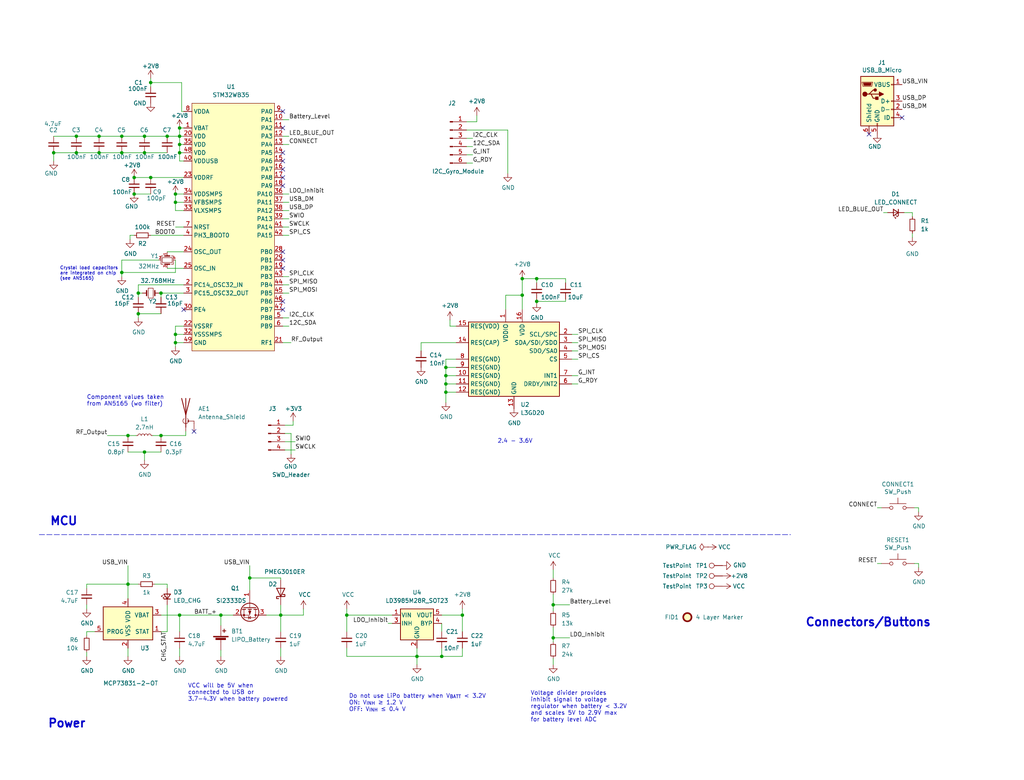
<source format=kicad_sch>
(kicad_sch (version 20211123) (generator eeschema)
  (paper "User" 315.011 240.005)
  (title_block (title "Ball Base Unit") (company "Mountjoy Modular"))
  (lib_symbols
    (symbol "Battery_Management:MCP73831-2-OT" (pin_names (offset 1.016))
      (property "Reference" "U" (at -7.62 6.35 0))
      (property "Value" "MCP73831-2-OT" (at 1.27 6.35 0))
      (symbol "MCP73831-2-OT_1_1"
        (pin output line (at 10.16 -2.54 180) (length 2.54) (name "STAT") (number "1"))
        (pin power_in line (at 0 -7.62 90) (length 2.54) (name "VSS") (number "2"))
        (pin power_out line (at 10.16 2.54 180) (length 2.54) (name "VBAT") (number "3"))
        (pin power_in line (at 0 7.62 270) (length 2.54) (name "VDD") (number "4"))
        (pin input line (at -10.16 -2.54 0) (length 2.54) (name "PROG") (number "5"))
      )
    )
    (symbol "Connector:Conn_01x04_Male" (pin_names (offset 1.016) hide)
      (property "Reference" "J" (at 0 5.08 0))
      (property "Value" "Conn_01x04_Male" (at 0 -7.62 0))
      (symbol "Conn_01x04_Male_1_1"
        (pin passive line (at 5.08 2.54 180) (length 3.81) (name "Pin_1") (number "1"))
        (pin passive line (at 5.08 0 180) (length 3.81) (name "Pin_2") (number "2"))
        (pin passive line (at 5.08 -2.54 180) (length 3.81) (name "Pin_3") (number "3"))
        (pin passive line (at 5.08 -5.08 180) (length 3.81) (name "Pin_4") (number "4"))
      )
    )
    (symbol "Connector:Conn_01x06_Male" (pin_names (offset 1.016) hide)
      (property "Reference" "J" (at 0 7.62 0))
      (property "Value" "Conn_01x06_Male" (at 0 -10.16 0))
      (symbol "Conn_01x06_Male_1_1"
        (pin passive line (at 5.08 5.08 180) (length 3.81) (name "Pin_1") (number "1"))
        (pin passive line (at 5.08 2.54 180) (length 3.81) (name "Pin_2") (number "2"))
        (pin passive line (at 5.08 0 180) (length 3.81) (name "Pin_3") (number "3"))
        (pin passive line (at 5.08 -2.54 180) (length 3.81) (name "Pin_4") (number "4"))
        (pin passive line (at 5.08 -5.08 180) (length 3.81) (name "Pin_5") (number "5"))
        (pin passive line (at 5.08 -7.62 180) (length 3.81) (name "Pin_6") (number "6"))
      )
    )
    (symbol "Connector:TestPoint" (pin_numbers hide) (pin_names (offset 0.762) hide)
      (property "Reference" "TP" (at 0 6.858 0))
      (property "Value" "TestPoint" (at 0 5.08 0))
      (symbol "TestPoint_1_1"
        (pin passive line (at 0 0 90) (length 2.54) (name "1") (number "1"))
      )
    )
    (symbol "Connector:USB_B_Micro" (pin_names (offset 1.016))
      (property "Reference" "J" (at -5.08 11.43 0))
      (property "Value" "USB_B_Micro" (at -5.08 8.89 0))
      (symbol "USB_B_Micro_1_1"
        (pin power_out line (at 7.62 5.08 180) (length 2.54) (name "VBUS") (number "1"))
        (pin bidirectional line (at 7.62 -2.54 180) (length 2.54) (name "D-") (number "2"))
        (pin bidirectional line (at 7.62 0 180) (length 2.54) (name "D+") (number "3"))
        (pin passive line (at 7.62 -5.08 180) (length 2.54) (name "ID") (number "4"))
        (pin power_out line (at 0 -10.16 90) (length 2.54) (name "GND") (number "5"))
        (pin passive line (at -2.54 -10.16 90) (length 2.54) (name "Shield") (number "6"))
      )
    )
    (symbol "Device:Antenna_Shield" (pin_numbers hide) (pin_names (offset 1.016) hide)
      (property "Reference" "AE" (at -1.905 4.445 0))
      (property "Value" "Antenna_Shield" (at -1.905 2.54 0))
      (symbol "Antenna_Shield_1_1"
        (pin input line (at 0 -5.08 90) (length 2.54) (name "A") (number "1"))
        (pin input line (at 2.54 -5.08 90) (length 2.54) (name "Shield") (number "2"))
      )
    )
    (symbol "Device:Battery_Cell" (pin_numbers hide) (pin_names (offset 0) hide)
      (property "Reference" "BT" (at 2.54 2.54 0))
      (property "Value" "Battery_Cell" (at 2.54 0 0))
      (symbol "Battery_Cell_1_1"
        (pin passive line (at 0 5.08 270) (length 2.54) (name "+") (number "1"))
        (pin passive line (at 0 -2.54 90) (length 2.54) (name "-") (number "2"))
      )
    )
    (symbol "Device:C_Small" (pin_numbers hide) (pin_names (offset 0.254) hide)
      (property "Reference" "C" (at 0.254 1.778 0))
      (property "Value" "C_Small" (at 0.254 -2.032 0))
      (symbol "C_Small_1_1"
        (pin passive line (at 0 2.54 270) (length 2.032) (name "~") (number "1"))
        (pin passive line (at 0 -2.54 90) (length 2.032) (name "~") (number "2"))
      )
    )
    (symbol "Device:Crystal_GND24_Small" (pin_names (offset 1.016) hide)
      (property "Reference" "Y" (at 1.27 4.445 0))
      (property "Value" "Crystal_GND24_Small" (at 1.27 2.54 0))
      (symbol "Crystal_GND24_Small_1_1"
        (pin passive line (at -2.54 0 0) (length 1.27) (name "1") (number "1"))
        (pin passive line (at 0 -2.54 90) (length 0.635) (name "2") (number "2"))
        (pin passive line (at 2.54 0 180) (length 1.27) (name "3") (number "3"))
        (pin passive line (at 0 2.54 270) (length 0.635) (name "4") (number "4"))
      )
    )
    (symbol "Device:Crystal_Small" (pin_numbers hide) (pin_names (offset 1.016) hide)
      (property "Reference" "Y" (at 0 2.54 0))
      (property "Value" "Crystal_Small" (at 0 -2.54 0))
      (symbol "Crystal_Small_1_1"
        (pin passive line (at -2.54 0 0) (length 1.27) (name "1") (number "1"))
        (pin passive line (at 2.54 0 180) (length 1.27) (name "2") (number "2"))
      )
    )
    (symbol "Device:LED_Small" (pin_numbers hide) (pin_names (offset 0.254) hide)
      (property "Reference" "D" (at -1.27 3.175 0))
      (property "Value" "LED_Small" (at -4.445 -2.54 0))
      (symbol "LED_Small_1_1"
        (pin passive line (at -2.54 0 0) (length 1.778) (name "K") (number "1"))
        (pin passive line (at 2.54 0 180) (length 1.778) (name "A") (number "2"))
      )
    )
    (symbol "Device:L_Small" (pin_numbers hide) (pin_names (offset 0.254) hide)
      (property "Reference" "L" (at 0.762 1.016 0))
      (property "Value" "L_Small" (at 0.762 -1.016 0))
      (symbol "L_Small_1_1"
        (pin passive line (at 0 2.54 270) (length 0.508) (name "~") (number "1"))
        (pin passive line (at 0 -2.54 90) (length 0.508) (name "~") (number "2"))
      )
    )
    (symbol "Device:R_Small" (pin_numbers hide) (pin_names (offset 0.254) hide)
      (property "Reference" "R" (at 0.762 0.508 0))
      (property "Value" "R_Small" (at 0.762 -1.016 0))
      (symbol "R_Small_1_1"
        (pin passive line (at 0 2.54 270) (length 0.762) (name "~") (number "1"))
        (pin passive line (at 0 -2.54 90) (length 0.762) (name "~") (number "2"))
      )
    )
    (symbol "Diode:B130-E3" (pin_numbers hide) (pin_names hide)
      (property "Reference" "D" (at 0 2.54 0))
      (property "Value" "B130-E3" (at 0 -2.54 0))
      (symbol "B130-E3_1_1"
        (pin passive line (at -3.81 0 0) (length 2.54) (name "K") (number "1"))
        (pin passive line (at 3.81 0 180) (length 2.54) (name "A") (number "2"))
      )
    )
    (symbol "Mechanical:Fiducial"
      (property "Reference" "FID" (at 0 5.08 0))
      (property "Value" "Fiducial" (at 0 3.175 0))
    )
    (symbol "Regulator_Linear:LD3985M28R_SOT23" (pin_names (offset 0.254))
      (property "Reference" "U" (at -3.81 5.715 0))
      (property "Value" "LD3985M28R_SOT23" (at 0 5.715 0))
      (symbol "LD3985M28R_SOT23_1_1"
        (pin power_in line (at -7.62 2.54 0) (length 2.54) (name "VIN") (number "1"))
        (pin power_in line (at 0 -7.62 90) (length 2.54) (name "GND") (number "2"))
        (pin input line (at -7.62 0 0) (length 2.54) (name "INH") (number "3"))
        (pin input line (at 7.62 0 180) (length 2.54) (name "BYP") (number "4"))
        (pin power_out line (at 7.62 2.54 180) (length 2.54) (name "VOUT") (number "5"))
      )
    )
    (symbol "STM32WB35:STM32WB35"
      (property "Reference" "U" (at 0 -34.29 0))
      (property "Value" "STM32WB35" (at 0.127 46.609 0))
      (symbol "STM32WB35_0_0"
        (pin power_in line (at -14.605 36.83 0) (length 2.54) (name "VBAT") (number "1"))
        (pin bidirectional line (at 15.875 39.37 180) (length 2.54) (name "PA1") (number "10"))
        (pin bidirectional line (at 15.875 36.83 180) (length 2.54) (name "PA2") (number "11"))
        (pin bidirectional line (at 15.875 34.29 180) (length 2.54) (name "PA3") (number "12"))
        (pin bidirectional line (at 15.875 31.75 180) (length 2.54) (name "PA4") (number "13"))
        (pin bidirectional line (at 15.875 29.21 180) (length 2.54) (name "PA5") (number "14"))
        (pin bidirectional line (at 15.875 26.67 180) (length 2.54) (name "PA6") (number "15"))
        (pin bidirectional line (at 15.875 24.13 180) (length 2.54) (name "PA7") (number "16"))
        (pin bidirectional line (at 15.875 21.59 180) (length 2.54) (name "PA8") (number "17"))
        (pin bidirectional line (at 15.875 19.05 180) (length 2.54) (name "PA9") (number "18"))
        (pin bidirectional line (at 15.875 -6.35 180) (length 2.54) (name "PB2") (number "19"))
        (pin bidirectional line (at -14.605 -11.43 0) (length 2.54) (name "PC14_OSC32_IN") (number "2"))
        (pin power_in line (at -14.605 34.29 0) (length 2.54) (name "VDD") (number "20"))
        (pin output line (at 15.875 -29.21 180) (length 2.54) (name "RF1") (number "21"))
        (pin power_in line (at -14.605 -24.13 0) (length 2.54) (name "VSSRF") (number "22"))
        (pin power_in line (at -14.605 21.59 0) (length 2.54) (name "VDDRF") (number "23"))
        (pin output line (at -14.605 -1.27 0) (length 2.54) (name "OSC_OUT") (number "24"))
        (pin input line (at -14.605 -6.35 0) (length 2.54) (name "OSC_IN") (number "25"))
        (pin no_connect line (at -1.27 -34.29 90) (length 2.54) hide (name "AT0") (number "26"))
        (pin no_connect line (at 3.175 -34.29 90) (length 2.54) hide (name "AT1") (number "27"))
        (pin bidirectional line (at 15.875 -1.27 180) (length 2.54) (name "PB0") (number "28"))
        (pin bidirectional line (at 15.875 -3.81 180) (length 2.54) (name "PB1") (number "29"))
        (pin bidirectional line (at -14.605 -13.97 0) (length 2.54) (name "PC15_OSC32_OUT") (number "3"))
        (pin bidirectional line (at -14.605 -19.05 0) (length 2.54) (name "PE4") (number "30"))
        (pin power_in line (at -14.605 13.97 0) (length 2.54) (name "VFBSMPS") (number "31"))
        (pin power_in line (at -14.605 -26.67 0) (length 2.54) (name "VSSSMPS") (number "32"))
        (pin power_in line (at -14.605 11.43 0) (length 2.54) (name "VLXSMPS") (number "33"))
        (pin power_in line (at -14.605 16.51 0) (length 2.54) (name "VDDSMPS") (number "34"))
        (pin power_in line (at -14.605 31.75 0) (length 2.54) (name "VDD") (number "35"))
        (pin bidirectional line (at 15.875 16.51 180) (length 2.54) (name "PA10") (number "36"))
        (pin bidirectional line (at 15.875 13.97 180) (length 2.54) (name "PA11") (number "37"))
        (pin bidirectional line (at 15.875 11.43 180) (length 2.54) (name "PA12") (number "38"))
        (pin bidirectional line (at 15.875 8.89 180) (length 2.54) (name "PA13") (number "39"))
        (pin bidirectional line (at -14.605 3.81 0) (length 2.54) (name "PH3_BOOT0") (number "4"))
        (pin power_in line (at -14.605 26.67 0) (length 2.54) (name "VDDUSB") (number "40"))
        (pin bidirectional line (at 15.875 6.35 180) (length 2.54) (name "PA14") (number "41"))
        (pin bidirectional line (at 15.875 3.81 180) (length 2.54) (name "PA15") (number "42"))
        (pin bidirectional line (at 15.875 -8.89 180) (length 2.54) (name "PB3") (number "43"))
        (pin bidirectional line (at 15.875 -11.43 180) (length 2.54) (name "PB4") (number "44"))
        (pin bidirectional line (at 15.875 -13.97 180) (length 2.54) (name "PB5") (number "45"))
        (pin bidirectional line (at 15.875 -16.51 180) (length 2.54) (name "PB6") (number "46"))
        (pin bidirectional line (at 15.875 -19.05 180) (length 2.54) (name "PB7") (number "47"))
        (pin power_in line (at -14.605 29.21 0) (length 2.54) (name "VDD") (number "48"))
        (pin power_in line (at -14.605 -29.21 0) (length 2.54) (name "GND") (number "49"))
        (pin bidirectional line (at 15.875 -21.59 180) (length 2.54) (name "PB8") (number "5"))
        (pin bidirectional line (at 15.875 -24.13 180) (length 2.54) (name "PB9") (number "6"))
        (pin bidirectional line (at -14.605 6.35 0) (length 2.54) (name "NRST") (number "7"))
        (pin power_in line (at -14.605 41.91 0) (length 2.54) (name "VDDA") (number "8"))
        (pin bidirectional line (at 15.875 41.91 180) (length 2.54) (name "PA0") (number "9"))
      )
    )
    (symbol "Sensor_Motion:L3GD20"
      (property "Reference" "U" (at 6.35 15.24 0))
      (property "Value" "L3GD20" (at 6.35 12.7 0))
      (symbol "L3GD20_1_1"
        (pin power_in line (at -2.54 15.24 270) (length 3.81) (name "VDDIO") (number "1"))
        (pin passive line (at -17.78 -5.08 0) (length 3.81) (name "RES(GND)") (number "10"))
        (pin passive line (at -17.78 -7.62 0) (length 3.81) (name "RES(GND)") (number "11"))
        (pin passive line (at -17.78 -10.16 0) (length 3.81) (name "RES(GND)") (number "12"))
        (pin power_in line (at 0 -15.24 90) (length 3.81) (name "GND") (number "13"))
        (pin passive line (at -17.78 5.08 0) (length 3.81) (name "RES(CAP)") (number "14"))
        (pin passive line (at -17.78 10.16 0) (length 3.81) (name "RES(VDD)") (number "15"))
        (pin power_in line (at 2.54 15.24 270) (length 3.81) (name "VDD") (number "16"))
        (pin input line (at 17.78 7.62 180) (length 3.81) (name "SCL/SPC") (number "2"))
        (pin bidirectional line (at 17.78 5.08 180) (length 3.81) (name "SDA/SDI/SDO") (number "3"))
        (pin output line (at 17.78 2.54 180) (length 3.81) (name "SDO/SA0") (number "4"))
        (pin input line (at 17.78 0 180) (length 3.81) (name "CS") (number "5"))
        (pin output line (at 17.78 -7.62 180) (length 3.81) (name "DRDY/INT2") (number "6"))
        (pin output line (at 17.78 -5.08 180) (length 3.81) (name "INT1") (number "7"))
        (pin passive line (at -17.78 0 0) (length 3.81) (name "RES(GND)") (number "8"))
        (pin passive line (at -17.78 -2.54 0) (length 3.81) (name "RES(GND)") (number "9"))
      )
    )
    (symbol "Switch:SW_Push" (pin_numbers hide) (pin_names (offset 1.016) hide)
      (property "Reference" "SW" (at 1.27 2.54 0))
      (property "Value" "SW_Push" (at 0 -1.524 0))
      (symbol "SW_Push_0_1"
        (pin passive line (at -5.08 0 0) (length 2.54) (name "1") (number "1"))
        (pin passive line (at 5.08 0 180) (length 2.54) (name "2") (number "2"))
      )
    )
    (symbol "Transistor_FET:Si2319CDS" (pin_names hide)
      (property "Reference" "Q" (at 5.08 1.905 0))
      (property "Value" "Si2319CDS" (at 5.08 0 0))
      (symbol "Si2319CDS_1_1"
        (pin input line (at -5.08 0 0) (length 2.54) (name "G") (number "1"))
        (pin passive line (at 2.54 -5.08 90) (length 2.54) (name "S") (number "2"))
        (pin passive line (at 2.54 5.08 270) (length 2.54) (name "D") (number "3"))
      )
    )
    (symbol "power:+2V8" (power) (pin_names (offset 0))
      (property "Value" "+2V8" (at 0 3.556 0))
      (symbol "+2V8_1_1"
        (pin power_in line (at 0 0 90) (length 0) hide (name "+2V8") (number "1"))
      )
    )
    (symbol "power:+3.3V" (power) (pin_names (offset 0))
      (property "Value" "+3.3V" (at 0 3.556 0))
      (symbol "+3.3V_1_1"
        (pin power_in line (at 0 0 90) (length 0) hide (name "+3V3") (number "1"))
      )
    )
    (symbol "power:GND" (power) (pin_names (offset 0))
      (property "Value" "GND" (at 0 -3.81 0))
      (symbol "GND_1_1"
        (pin power_in line (at 0 0 270) (length 0) hide (name "GND") (number "1"))
      )
    )
    (symbol "power:PWR_FLAG" (power) (pin_numbers hide) (pin_names (offset 0) hide)
      (property "Value" "PWR_FLAG" (at 0 3.81 0))
      (symbol "PWR_FLAG_0_0"
        (pin power_out line (at 0 0 90) (length 0) (name "pwr") (number "1"))
      )
    )
    (symbol "power:VCC" (power) (pin_names (offset 0))
      (property "Value" "VCC" (at 0 3.81 0))
      (symbol "VCC_1_1"
        (pin power_in line (at 0 0 90) (length 0) hide (name "VCC") (number "1"))
      )
    )
  )
  (junction (at 76.835 177.8))
  (junction (at 137.16 118.11))
  (junction (at 53.975 59.69))
  (junction (at 137.16 120.65))
  (junction (at 44.45 46.99))
  (junction (at 55.245 39.37))
  (junction (at 39.37 133.985))
  (junction (at 55.245 44.45))
  (junction (at 37.465 41.91))
  (junction (at 49.53 133.985))
  (junction (at 46.355 54.61))
  (junction (at 46.355 25.4))
  (junction (at 51.435 41.91))
  (junction (at 49.53 90.17))
  (junction (at 53.975 105.41))
  (junction (at 23.495 41.91))
  (junction (at 44.45 139.065))
  (junction (at 53.975 62.23))
  (junction (at 41.275 54.61))
  (junction (at 37.465 46.99))
  (junction (at 170.18 186.055))
  (junction (at 37.465 83.82))
  (junction (at 165.1 85.725))
  (junction (at 44.45 41.91))
  (junction (at 160.655 90.805))
  (junction (at 160.655 85.725))
  (junction (at 42.545 90.17))
  (junction (at 16.51 46.99))
  (junction (at 23.495 46.99))
  (junction (at 42.545 96.52))
  (junction (at 30.48 46.99))
  (junction (at 135.89 201.93))
  (junction (at 55.245 41.91))
  (junction (at 30.48 41.91))
  (junction (at 137.16 115.57))
  (junction (at 106.68 189.23))
  (junction (at 39.37 179.705))
  (junction (at 67.945 189.23))
  (junction (at 41.275 59.69))
  (junction (at 165.1 92.71))
  (junction (at 137.16 113.03))
  (junction (at 170.18 196.215))
  (junction (at 128.27 201.93))
  (junction (at 86.36 189.23))
  (junction (at 55.245 189.23))
  (junction (at 53.975 102.87))
  (junction (at 55.245 46.99))
  (junction (at 142.24 189.23))
  (no_connect (at 86.995 82.55))
  (no_connect (at 267.335 41.275))
  (no_connect (at 86.995 52.07))
  (no_connect (at 86.995 77.47))
  (no_connect (at 86.995 92.71))
  (no_connect (at 86.995 95.25))
  (no_connect (at 86.995 46.99))
  (no_connect (at 86.995 80.01))
  (no_connect (at 86.995 57.15))
  (no_connect (at 86.995 54.61))
  (no_connect (at 86.995 39.37))
  (no_connect (at 277.495 36.195))
  (no_connect (at 86.995 34.29))
  (no_connect (at 86.995 49.53))
  (no_connect (at 59.69 132.715))
  (no_connect (at 56.515 95.25))
  (wire (pts (xy 81.915 189.23) (xy 86.36 189.23)))
  (wire (pts (xy 67.945 189.23) (xy 71.755 189.23)))
  (wire (pts (xy 56.515 34.29) (xy 55.88 34.29)))
  (wire (pts (xy 39.37 179.705) (xy 42.545 179.705)))
  (wire (pts (xy 143.51 37.465) (xy 146.685 37.465)))
  (wire (pts (xy 142.24 199.39) (xy 142.24 201.93)))
  (wire (pts (xy 140.335 110.49) (xy 137.16 110.49)))
  (wire (pts (xy 119.38 191.77) (xy 120.65 191.77)))
  (wire (pts (xy 135.89 189.23) (xy 142.24 189.23)))
  (wire (pts (xy 37.465 41.91) (xy 44.45 41.91)))
  (wire (pts (xy 39.37 173.99) (xy 39.37 179.705)))
  (wire (pts (xy 93.345 189.23) (xy 93.345 187.325)))
  (wire (pts (xy 87.63 130.81) (xy 90.17 130.81)))
  (wire (pts (xy 86.36 199.39) (xy 86.36 201.93)))
  (wire (pts (xy 46.355 72.39) (xy 56.515 72.39)))
  (wire (pts (xy 165.1 92.075) (xy 165.1 92.71)))
  (wire (pts (xy 173.99 92.075) (xy 173.99 92.71)))
  (wire (pts (xy 39.37 133.985) (xy 41.91 133.985)))
  (wire (pts (xy 41.275 59.69) (xy 46.355 59.69)))
  (wire (pts (xy 49.53 90.17) (xy 56.515 90.17)))
  (wire (pts (xy 143.51 47.625) (xy 145.415 47.625)))
  (wire (pts (xy 143.51 50.165) (xy 145.415 50.165)))
  (wire (pts (xy 26.67 179.705) (xy 39.37 179.705)))
  (wire (pts (xy 137.16 110.49) (xy 137.16 113.03)))
  (wire (pts (xy 53.975 62.23) (xy 53.975 59.69)))
  (wire (pts (xy 269.875 173.355) (xy 271.145 173.355)))
  (wire (pts (xy 280.67 65.405) (xy 280.67 66.675)))
  (wire (pts (xy 57.15 133.985) (xy 57.15 132.715)))
  (wire (pts (xy 175.895 118.11) (xy 177.8 118.11)))
  (wire (pts (xy 175.895 110.49) (xy 177.8 110.49)))
  (wire (pts (xy 67.945 200.025) (xy 67.945 201.93)))
  (wire (pts (xy 86.995 41.91) (xy 88.9 41.91)))
  (wire (pts (xy 86.995 44.45) (xy 88.9 44.45)))
  (wire (pts (xy 170.18 182.88) (xy 170.18 186.055)))
  (wire (pts (xy 86.995 105.41) (xy 89.535 105.41)))
  (wire (pts (xy 86.995 100.33) (xy 88.9 100.33)))
  (wire (pts (xy 55.245 41.91) (xy 55.245 44.45)))
  (wire (pts (xy 86.995 69.85) (xy 88.9 69.85)))
  (wire (pts (xy 67.945 192.405) (xy 67.945 189.23)))
  (wire (pts (xy 51.435 82.55) (xy 56.515 82.55)))
  (wire (pts (xy 280.67 71.755) (xy 280.67 73.025)))
  (wire (pts (xy 16.51 46.99) (xy 16.51 49.53)))
  (wire (pts (xy 106.68 201.93) (xy 128.27 201.93)))
  (wire (pts (xy 282.575 156.21) (xy 282.575 157.48)))
  (wire (pts (xy 156.21 40.005) (xy 156.21 53.34)))
  (wire (pts (xy 135.89 201.93) (xy 142.24 201.93)))
  (wire (pts (xy 53.975 83.82) (xy 37.465 83.82)))
  (wire (pts (xy 165.1 85.725) (xy 173.99 85.725)))
  (wire (pts (xy 37.465 46.99) (xy 44.45 46.99)))
  (wire (pts (xy 269.875 156.21) (xy 271.145 156.21)))
  (wire (pts (xy 44.45 139.065) (xy 44.45 141.605)))
  (wire (pts (xy 87.63 133.35) (xy 89.535 133.35)))
  (wire (pts (xy 281.305 156.21) (xy 282.575 156.21)))
  (wire (pts (xy 53.975 59.69) (xy 56.515 59.69)))
  (wire (pts (xy 51.435 41.91) (xy 55.245 41.91)))
  (wire (pts (xy 55.245 49.53) (xy 56.515 49.53)))
  (wire (pts (xy 23.495 41.91) (xy 30.48 41.91)))
  (wire (pts (xy 67.945 189.23) (xy 55.245 189.23)))
  (wire (pts (xy 86.995 36.83) (xy 88.9 36.83)))
  (wire (pts (xy 165.1 92.71) (xy 165.1 93.345)))
  (wire (pts (xy 23.495 46.99) (xy 30.48 46.99)))
  (wire (pts (xy 53.975 62.23) (xy 56.515 62.23)))
  (wire (pts (xy 175.895 115.57) (xy 177.8 115.57)))
  (wire (pts (xy 42.545 90.17) (xy 42.545 91.44)))
  (wire (pts (xy 51.435 77.47) (xy 56.515 77.47)))
  (wire (pts (xy 42.545 87.63) (xy 42.545 90.17)))
  (wire (pts (xy 143.51 40.005) (xy 156.21 40.005)))
  (wire (pts (xy 142.24 187.325) (xy 142.24 189.23)))
  (wire (pts (xy 90.17 130.81) (xy 90.17 129.54)))
  (wire (pts (xy 106.68 189.23) (xy 106.68 194.31)))
  (wire (pts (xy 76.835 173.99) (xy 76.835 177.8)))
  (wire (pts (xy 53.975 64.77) (xy 53.975 62.23)))
  (wire (pts (xy 51.435 179.705) (xy 51.435 180.975)))
  (wire (pts (xy 55.245 199.39) (xy 55.245 201.93)))
  (wire (pts (xy 86.36 186.055) (xy 86.36 189.23)))
  (wire (pts (xy 86.995 85.09) (xy 88.9 85.09)))
  (wire (pts (xy 33.02 133.985) (xy 39.37 133.985)))
  (wire (pts (xy 55.245 46.99) (xy 55.245 49.53)))
  (wire (pts (xy 55.245 44.45) (xy 56.515 44.45)))
  (wire (pts (xy 137.16 120.65) (xy 137.16 123.825)))
  (wire (pts (xy 16.51 46.99) (xy 23.495 46.99)))
  (wire (pts (xy 49.53 133.985) (xy 57.15 133.985)))
  (wire (pts (xy 137.16 113.03) (xy 137.16 115.57)))
  (wire (pts (xy 106.68 199.39) (xy 106.68 201.93)))
  (wire (pts (xy 37.465 83.82) (xy 37.465 85.09)))
  (wire (pts (xy 146.685 37.465) (xy 146.685 35.56)))
  (wire (pts (xy 86.995 72.39) (xy 88.9 72.39)))
  (wire (pts (xy 47.625 179.705) (xy 51.435 179.705)))
  (wire (pts (xy 137.16 113.03) (xy 140.335 113.03)))
  (wire (pts (xy 40.005 72.39) (xy 41.275 72.39)))
  (wire (pts (xy 137.16 115.57) (xy 140.335 115.57)))
  (wire (pts (xy 30.48 46.99) (xy 37.465 46.99)))
  (wire (pts (xy 86.36 189.23) (xy 93.345 189.23)))
  (wire (pts (xy 42.545 90.17) (xy 43.815 90.17)))
  (wire (pts (xy 44.45 41.91) (xy 51.435 41.91)))
  (wire (pts (xy 42.545 96.52) (xy 42.545 97.79)))
  (wire (pts (xy 26.67 200.66) (xy 26.67 201.93)))
  (wire (pts (xy 26.67 186.055) (xy 26.67 187.325)))
  (polyline (pts (xy 12.065 164.465) (xy 243.205 164.465)))
  (wire (pts (xy 90.805 138.43) (xy 87.63 138.43)))
  (wire (pts (xy 142.24 189.23) (xy 142.24 194.31)))
  (wire (pts (xy 26.67 180.975) (xy 26.67 179.705)))
  (wire (pts (xy 89.535 133.35) (xy 89.535 139.7)))
  (wire (pts (xy 170.18 202.565) (xy 170.18 204.47)))
  (wire (pts (xy 55.245 39.37) (xy 55.245 41.91)))
  (wire (pts (xy 155.575 90.805) (xy 160.655 90.805)))
  (wire (pts (xy 39.37 199.39) (xy 39.37 201.93)))
  (wire (pts (xy 44.45 46.99) (xy 51.435 46.99)))
  (wire (pts (xy 282.575 173.355) (xy 282.575 174.625)))
  (wire (pts (xy 106.68 189.23) (xy 120.65 189.23)))
  (wire (pts (xy 170.18 196.215) (xy 170.18 197.485)))
  (wire (pts (xy 39.37 179.705) (xy 39.37 184.15)))
  (wire (pts (xy 53.975 105.41) (xy 53.975 102.87)))
  (wire (pts (xy 53.975 80.01) (xy 53.975 83.82)))
  (wire (pts (xy 51.435 194.31) (xy 51.435 186.055)))
  (wire (pts (xy 160.655 85.725) (xy 160.655 90.805)))
  (wire (pts (xy 128.27 201.93) (xy 128.27 204.47)))
  (wire (pts (xy 137.16 118.11) (xy 137.16 120.65)))
  (wire (pts (xy 49.53 96.52) (xy 42.545 96.52)))
  (wire (pts (xy 160.655 85.725) (xy 165.1 85.725)))
  (wire (pts (xy 55.88 25.4) (xy 55.88 34.29)))
  (wire (pts (xy 140.335 105.41) (xy 129.54 105.41)))
  (wire (pts (xy 165.1 85.725) (xy 165.1 86.995)))
  (wire (pts (xy 86.995 87.63) (xy 88.9 87.63)))
  (wire (pts (xy 135.89 199.39) (xy 135.89 201.93)))
  (wire (pts (xy 170.18 193.04) (xy 170.18 196.215)))
  (wire (pts (xy 175.895 107.95) (xy 177.8 107.95)))
  (wire (pts (xy 37.465 83.82) (xy 37.465 80.01)))
  (wire (pts (xy 137.16 115.57) (xy 137.16 118.11)))
  (wire (pts (xy 271.78 65.405) (xy 273.05 65.405)))
  (wire (pts (xy 30.48 41.91) (xy 37.465 41.91)))
  (wire (pts (xy 55.245 39.37) (xy 56.515 39.37)))
  (wire (pts (xy 170.18 186.055) (xy 175.26 186.055)))
  (wire (pts (xy 87.63 135.89) (xy 90.805 135.89)))
  (wire (pts (xy 41.275 54.61) (xy 46.355 54.61)))
  (wire (pts (xy 76.835 177.8) (xy 86.36 177.8)))
  (wire (pts (xy 86.995 90.17) (xy 88.9 90.17)))
  (wire (pts (xy 55.245 41.91) (xy 56.515 41.91)))
  (wire (pts (xy 42.545 87.63) (xy 56.515 87.63)))
  (wire (pts (xy 48.895 90.17) (xy 49.53 90.17)))
  (wire (pts (xy 55.245 189.23) (xy 55.245 194.31)))
  (wire (pts (xy 170.18 186.055) (xy 170.18 187.96)))
  (wire (pts (xy 55.245 44.45) (xy 55.245 46.99)))
  (wire (pts (xy 76.835 177.8) (xy 76.835 181.61)))
  (wire (pts (xy 46.99 133.985) (xy 49.53 133.985)))
  (wire (pts (xy 135.89 191.77) (xy 135.89 194.31)))
  (wire (pts (xy 160.655 90.805) (xy 160.655 95.25)))
  (wire (pts (xy 37.465 80.01) (xy 48.895 80.01)))
  (wire (pts (xy 55.88 25.4) (xy 46.355 25.4)))
  (wire (pts (xy 86.995 97.79) (xy 88.9 97.79)))
  (wire (pts (xy 129.54 105.41) (xy 129.54 107.95)))
  (wire (pts (xy 46.355 54.61) (xy 56.515 54.61)))
  (wire (pts (xy 86.36 178.435) (xy 86.36 177.8)))
  (wire (pts (xy 278.13 65.405) (xy 280.67 65.405)))
  (wire (pts (xy 53.975 106.68) (xy 53.975 105.41)))
  (wire (pts (xy 86.995 67.31) (xy 88.9 67.31)))
  (wire (pts (xy 46.355 25.4) (xy 46.355 26.67)))
  (wire (pts (xy 86.995 59.69) (xy 88.9 59.69)))
  (wire (pts (xy 53.975 105.41) (xy 56.515 105.41)))
  (wire (pts (xy 281.305 173.355) (xy 282.575 173.355)))
  (wire (pts (xy 175.895 102.87) (xy 177.8 102.87)))
  (wire (pts (xy 170.18 175.26) (xy 170.18 177.8)))
  (wire (pts (xy 106.68 187.325) (xy 106.68 189.23)))
  (wire (pts (xy 165.1 92.71) (xy 173.99 92.71)))
  (wire (pts (xy 175.895 105.41) (xy 177.8 105.41)))
  (wire (pts (xy 155.575 95.25) (xy 155.575 90.805)))
  (wire (pts (xy 128.27 199.39) (xy 128.27 201.93)))
  (wire (pts (xy 86.36 189.23) (xy 86.36 194.31)))
  (wire (pts (xy 143.51 45.085) (xy 145.415 45.085)))
  (wire (pts (xy 86.995 64.77) (xy 88.9 64.77)))
  (wire (pts (xy 26.67 195.58) (xy 26.67 194.31)))
  (wire (pts (xy 53.975 102.87) (xy 56.515 102.87)))
  (wire (pts (xy 173.99 85.725) (xy 173.99 86.995)))
  (wire (pts (xy 46.355 24.13) (xy 46.355 25.4)))
  (wire (pts (xy 137.16 118.11) (xy 140.335 118.11)))
  (wire (pts (xy 16.51 41.91) (xy 23.495 41.91)))
  (wire (pts (xy 39.37 139.065) (xy 44.45 139.065)))
  (wire (pts (xy 140.335 120.65) (xy 137.16 120.65)))
  (wire (pts (xy 49.53 194.31) (xy 51.435 194.31)))
  (wire (pts (xy 143.51 42.545) (xy 145.415 42.545)))
  (wire (pts (xy 49.53 91.44) (xy 49.53 90.17)))
  (wire (pts (xy 44.45 139.065) (xy 49.53 139.065)))
  (wire (pts (xy 40.005 73.66) (xy 40.005 72.39)))
  (wire (pts (xy 138.43 100.33) (xy 140.335 100.33)))
  (wire (pts (xy 53.975 69.85) (xy 56.515 69.85)))
  (wire (pts (xy 170.18 196.215) (xy 175.26 196.215)))
  (wire (pts (xy 138.43 98.425) (xy 138.43 100.33)))
  (wire (pts (xy 56.515 64.77) (xy 53.975 64.77)))
  (wire (pts (xy 53.975 100.33) (xy 56.515 100.33)))
  (wire (pts (xy 53.975 102.87) (xy 53.975 100.33)))
  (wire (pts (xy 55.245 46.99) (xy 56.515 46.99)))
  (wire (pts (xy 86.995 62.23) (xy 88.9 62.23)))
  (wire (pts (xy 128.27 201.93) (xy 135.89 201.93)))
  (wire (pts (xy 49.53 189.23) (xy 55.245 189.23)))
  (wire (pts (xy 26.67 194.31) (xy 29.21 194.31)))
  (text "MCU" (at 15.24 161.925 0) (effects (font (size 2.54 2.54) (thickness 0.508) bold) (justify left bottom)))
  (text "Do not use LiPo battery when V_{BATT} < 3.2V\nON: V_{INH} ≥ 1.2 V\nOFF: V_{INH} ≤ 0.4 V " (at 107.315 219.075 0) (effects (font (size 1.27 1.27)) (justify left bottom)))
  (text "Power" (at 14.605 224.155 0) (effects (font (size 2.54 2.54) (thickness 0.508) bold) (justify left bottom)))
  (text "Component values taken \nfrom AN5165 (wo filter)" (at 26.67 125.095 0) (effects (font (size 1.27 1.27)) (justify left bottom)))
  (text "Voltage divider provides\ninhibit signal to voltage \nregulator when battery < 3.2V \nand scales 5V to 2.9V max \nfor battery level ADC" (at 163.195 222.25 0) (effects (font (size 1.27 1.27)) (justify left bottom)))
  (text "2.4 - 3.6V" (at 153.035 136.525 0) (effects (font (size 1.27 1.27)) (justify left bottom)))
  (text "Connectors/Buttons" (at 247.65 193.04 0) (effects (font (size 2.54 2.54) (thickness 0.508) bold) (justify left bottom)))
  (text "VCC will be 5V when \nconnected to USB or \n3.7-4.3V when battery powered" (at 57.785 215.9 0) (effects (font (size 1.27 1.27)) (justify left bottom)))
  (text "Crystal load capacitors\nare integrated on chip\n(see AN5165)" (at 18.415 86.36 0) (effects (font (size 1 1)) (justify left bottom)))
  (label "SPI_MOSI" (at 88.9 90.17 0))
  (label "G_INT" (at 177.8 115.57 0))
  (label "RESET" (at 269.875 173.355 180))
  (label "G_INT" (at 145.415 47.625 0))
  (label "SWCLK" (at 88.9 69.85 0))
  (label "USB_DP" (at 88.9 64.77 0))
  (label "BOOT0" (at 47.625 72.39 0))
  (label "SPI_MOSI" (at 177.8 107.95 0))
  (label "I2C_CLK" (at 145.415 42.545 0))
  (label "RESET" (at 53.975 69.85 180))
  (label "LDO_Inhibit" (at 88.9 59.69 0))
  (label "LDO_Inhibit" (at 119.38 191.77 180))
  (label "SPI_CLK" (at 88.9 85.09 0))
  (label "LDO_Inhibit" (at 175.26 196.215 0))
  (label "I2C_CLK" (at 88.9 97.79 0))
  (label "USB_DM" (at 88.9 62.23 0))
  (label "G_RDY" (at 177.8 118.11 0))
  (label "12C_SDA" (at 145.415 45.085 0))
  (label "SWCLK" (at 90.805 138.43 0))
  (label "USB_DP" (at 277.495 31.115 0))
  (label "SPI_MISO" (at 88.9 87.63 0))
  (label "USB_DM" (at 277.495 33.655 0))
  (label "CONNECT" (at 269.875 156.21 180))
  (label "SPI_CS" (at 177.8 110.49 0))
  (label "SWIO" (at 90.805 135.89 0))
  (label "RF_Output" (at 33.02 133.985 180))
  (label "BATT_+" (at 59.69 189.23 0))
  (label "CONNECT" (at 88.9 44.45 0))
  (label "USB_VIN" (at 39.37 173.99 180))
  (label "SPI_CS" (at 88.9 72.39 0))
  (label "LED_BLUE_OUT" (at 88.9 41.91 0))
  (label "SPI_CLK" (at 177.8 102.87 0))
  (label "USB_VIN" (at 277.495 26.035 0))
  (label "RF_Output" (at 89.535 105.41 0))
  (label "Battery_Level" (at 175.26 186.055 0))
  (label "Battery_Level" (at 88.9 36.83 0))
  (label "G_RDY" (at 145.415 50.165 0))
  (label "CHG_STAT" (at 51.435 194.31 270))
  (label "USB_VIN" (at 76.835 173.99 180))
  (label "SWIO" (at 88.9 67.31 0))
  (label "LED_BLUE_OUT" (at 271.78 65.405 180))
  (label "12C_SDA" (at 88.9 100.33 0))
  (label "SPI_MISO" (at 177.8 105.41 0))
  (symbol (lib_id "Device:Antenna_Shield") (at 57.15 127.635 0) (unit 1)
    (property "Reference" "AE1" (at 60.96 125.7299 0) (effects (justify left)))
    (property "Value" "Antenna_Shield" (at 60.96 128.2699 0) (effects (justify left)))
    (property "Footprint" "Custom_Footprints:NN01_102" (effects hide))
  )
  (symbol (lib_id "Mechanical:Fiducial") (at 211.455 189.865 0) (unit 1)
    (property "Reference" "FID1" (at 204.47 189.865 0) (effects (justify left)))
    (property "Value" "4 Layer Marker" (at 213.995 189.865 0) (effects (justify left)))
    (property "Footprint" "Custom_Footprints:4_Layer_Markers" (effects hide))
  )
  (symbol (lib_id "Connector:TestPoint") (at 222.25 180.34 90) (unit 1)
    (property "Reference" "TP3" (at 215.9 180.34 90))
    (property "Value" "TestPoint" (at 208.28 180.34 90))
    (property "Footprint" "Custom_Footprints:1.3mm_Test_Point" (effects hide))
  )
  (symbol (lib_id "Device:C_Small") (at 129.54 110.49 0) (unit 1)
    (property "Reference" "C14" (at 132.08 109.2262 0) (effects (justify left)))
    (property "Value" "10nF" (at 132.08 111.7662 0) (effects (justify left)))
    (property "Footprint" "Capacitor_SMD:C_0603_1608Metric" (effects hide))
  )
  (symbol (lib_id "Device:R_Small") (at 170.18 180.34 0) (unit 1)
    (property "Reference" "R4" (at 172.72 179.0699 0) (effects (justify left)))
    (property "Value" "27k" (at 172.72 181.6099 0) (effects (justify left)))
    (property "Footprint" "Resistor_SMD:R_0603_1608Metric" (effects hide))
    (property "Part_Number" "C25803" (effects hide))
  )
  (symbol (lib_id "power:+2V8") (at 46.355 24.13 0) (unit 1)
    (property "Reference" "#PWR01" (effects hide))
    (property "Value" "+2V8" (at 46.355 20.32 0))
  )
  (symbol (lib_id "Device:Crystal_GND24_Small") (at 51.435 80.01 270) (unit 1)
    (property "Reference" "Y1" (at 46.355 78.74 90) (effects (justify left)))
    (property "Value" "32MHz" (at 42.545 81.915 90) (effects (justify left)))
    (property "Footprint" "Crystal:Crystal_SMD_Abracon_ABM10-4Pin_2.5x2.0mm" (effects hide))
  )
  (symbol (lib_id "power:GND") (at 37.465 85.09 0) (unit 1)
    (property "Reference" "#PWR013" (effects hide))
    (property "Value" "GND" (at 37.592 89.4842 0))
  )
  (symbol (lib_id "Connector:Conn_01x06_Male") (at 138.43 42.545 0) (unit 1)
    (property "Reference" "J2" (at 139.065 31.75 0))
    (property "Value" "I2C_Gyro_Module" (at 140.97 52.705 0))
    (property "Footprint" "Connector_PinSocket_2.54mm:PinSocket_1x06_P2.54mm_Vertical" (effects hide))
  )
  (symbol (lib_id "power:+2V8") (at 41.275 54.61 0) (unit 1)
    (property "Reference" "#PWR08" (effects hide))
    (property "Value" "+2V8" (at 40.64 50.8 0))
  )
  (symbol (lib_id "power:+2V8") (at 146.685 35.56 0) (unit 1)
    (property "Reference" "#PWR03" (effects hide))
    (property "Value" "+2V8" (at 146.685 31.115 0))
  )
  (symbol (lib_id "power:PWR_FLAG") (at 217.805 168.275 90) (unit 1)
    (property "Reference" "#FLG01" (effects hide))
    (property "Value" "PWR_FLAG" (at 209.55 168.275 90))
  )
  (symbol (lib_id "power:VCC") (at 217.805 168.275 270) (unit 1)
    (property "Reference" "#PWR026" (effects hide))
    (property "Value" "VCC" (at 222.885 168.275 90))
  )
  (symbol (lib_id "Device:C_Small") (at 165.1 89.535 0) (unit 1)
    (property "Reference" "C10" (at 166.37 87.63 0) (effects (justify left)))
    (property "Value" "100nF" (at 166.37 91.44 0) (effects (justify left)))
    (property "Footprint" "Capacitor_SMD:C_0603_1608Metric" (effects hide))
  )
  (symbol (lib_id "power:+3.3V") (at 90.17 129.54 0) (unit 1)
    (property "Reference" "#PWR022" (effects hide))
    (property "Value" "+3.3V" (at 87.63 125.73 0) (effects (justify left)))
  )
  (symbol (lib_id "power:GND") (at 86.36 201.93 0) (unit 1)
    (property "Reference" "#PWR040" (effects hide))
    (property "Value" "GND" (at 86.487 206.3242 0))
  )
  (symbol (lib_id "power:GND") (at 158.115 125.73 0) (unit 1)
    (property "Reference" "#PWR021" (effects hide))
    (property "Value" "GND" (at 158.242 130.1242 0))
  )
  (symbol (lib_id "Device:C_Small") (at 55.245 196.85 0) (unit 1)
    (property "Reference" "C18" (at 57.785 195.5862 0) (effects (justify left)))
    (property "Value" "4.7uF" (at 57.785 198.1262 0) (effects (justify left)))
    (property "Footprint" "Capacitor_SMD:C_0603_1608Metric" (effects hide))
  )
  (symbol (lib_id "power:GND") (at 128.27 204.47 0) (unit 1)
    (property "Reference" "#PWR041" (effects hide))
    (property "Value" "GND" (at 128.397 208.8642 0))
  )
  (symbol (lib_id "Connector:TestPoint") (at 222.25 173.99 90) (unit 1)
    (property "Reference" "TP1" (at 215.9 173.99 90))
    (property "Value" "TestPoint" (at 208.28 173.99 90))
    (property "Footprint" "Custom_Footprints:1.3mm_Test_Point" (effects hide))
  )
  (symbol (lib_id "power:VCC") (at 170.18 175.26 0) (unit 1)
    (property "Reference" "#PWR029" (effects hide))
    (property "Value" "VCC" (at 170.6118 170.8658 0))
  )
  (symbol (lib_id "power:GND") (at 44.45 141.605 0) (unit 1)
    (property "Reference" "#PWR024" (effects hide))
    (property "Value" "GND" (at 44.577 145.9992 0))
  )
  (symbol (lib_id "power:GND") (at 40.005 73.66 0) (unit 1)
    (property "Reference" "#PWR012" (effects hide))
    (property "Value" "GND" (at 40.132 78.0542 0))
  )
  (symbol (lib_id "Connector:USB_B_Micro") (at 269.875 31.115 0) (unit 1)
    (property "Reference" "J1" (at 271.3228 19.2532 0))
    (property "Value" "USB_B_Micro" (at 271.3228 21.5646 0))
    (property "Footprint" "Custom_Footprints:USB_Micro-B_Amphenol" (effects hide))
  )
  (symbol (lib_id "power:+2V8") (at 138.43 98.425 0) (unit 1)
    (property "Reference" "#PWR017" (effects hide))
    (property "Value" "+2V8" (at 138.43 93.98 0))
  )
  (symbol (lib_id "Device:R_Small") (at 170.18 200.025 0) (unit 1)
    (property "Reference" "R7" (at 172.72 198.7549 0) (effects (justify left)))
    (property "Value" "24k" (at 172.72 201.2949 0) (effects (justify left)))
    (property "Footprint" "Resistor_SMD:R_0603_1608Metric" (effects hide))
    (property "Part_Number" "C25803" (effects hide))
  )
  (symbol (lib_id "power:VCC") (at 106.68 187.325 0) (unit 1)
    (property "Reference" "#PWR034" (effects hide))
    (property "Value" "VCC" (at 107.1118 182.9308 0))
  )
  (symbol (lib_id "power:GND") (at 42.545 97.79 0) (unit 1)
    (property "Reference" "#PWR016" (effects hide))
    (property "Value" "GND" (at 42.672 102.1842 0))
  )
  (symbol (lib_id "power:GND") (at 55.245 201.93 0) (unit 1)
    (property "Reference" "#PWR038" (effects hide))
    (property "Value" "GND" (at 55.372 206.3242 0))
  )
  (symbol (lib_id "power:+2V8") (at 55.245 39.37 0) (unit 1)
    (property "Reference" "#PWR04" (effects hide))
    (property "Value" "+2V8" (at 55.245 35.56 0))
  )
  (symbol (lib_id "power:GND") (at 280.67 73.025 0) (unit 1)
    (property "Reference" "#PWR011" (effects hide))
    (property "Value" "GND" (at 280.67 78.105 0))
  )
  (symbol (lib_id "power:GND") (at 165.1 93.345 0) (unit 1)
    (property "Reference" "#PWR015" (effects hide))
    (property "Value" "GND" (at 165.227 97.7392 0))
  )
  (symbol (lib_id "power:+2V8") (at 222.25 177.165 270) (unit 1)
    (property "Reference" "#PWR030" (effects hide))
    (property "Value" "+2V8" (at 224.79 177.165 90) (effects (justify left)))
  )
  (symbol (lib_id "Device:R_Small") (at 280.67 69.215 180) (unit 1)
    (property "Reference" "R1" (at 283.21 67.9449 0) (effects (justify right)))
    (property "Value" "1k" (at 283.21 70.4849 0) (effects (justify right)))
    (property "Footprint" "Resistor_SMD:R_0603_1608Metric" (effects hide))
  )
  (symbol (lib_id "power:+2V8") (at 142.24 187.325 0) (unit 1)
    (property "Reference" "#PWR035" (effects hide))
    (property "Value" "+2V8" (at 142.24 182.88 0))
  )
  (symbol (lib_id "power:GND") (at 67.945 201.93 0) (unit 1)
    (property "Reference" "#PWR039" (effects hide))
    (property "Value" "GND" (at 68.072 206.3242 0))
  )
  (symbol (lib_id "Device:C_Small") (at 42.545 93.98 180) (unit 1)
    (property "Reference" "C12" (at 41.275 91.44 0) (effects (justify left)))
    (property "Value" "16pF" (at 40.005 93.345 0) (effects (justify left)))
    (property "Footprint" "Capacitor_SMD:C_0603_1608Metric" (effects hide))
  )
  (symbol (lib_id "Device:R_Small") (at 45.085 179.705 270) (unit 1)
    (property "Reference" "R3" (at 45.085 177.165 90))
    (property "Value" "1k" (at 45.085 182.245 90))
    (property "Footprint" "Resistor_SMD:R_0603_1608Metric" (effects hide))
    (property "Part_Number" "C25803" (effects hide))
  )
  (symbol (lib_id "Transistor_FET:Si2319CDS") (at 76.835 186.69 270) (unit 1)
    (property "Reference" "Q1" (at 72.39 180.975 90))
    (property "Value" "SI2333DS" (at 71.12 184.785 90))
    (property "Footprint" "Package_TO_SOT_SMD:SOT-23" (effects hide))
    (property "Datasheet" "http://www.vishay.com/docs/66709/si2319cd.pdf" (effects hide))
  )
  (symbol (lib_id "Device:C_Small") (at 41.275 57.15 0) (unit 1)
    (property "Reference" "C8" (at 40.005 55.245 0) (effects (justify right)))
    (property "Value" "100nF" (at 40.64 59.055 0) (effects (justify right)))
    (property "Footprint" "Capacitor_SMD:C_0603_1608Metric" (effects hide))
  )
  (symbol (lib_id "power:GND") (at 156.21 53.34 0) (unit 1)
    (property "Reference" "#PWR07" (effects hide))
    (property "Value" "GND" (at 156.337 57.7342 0))
  )
  (symbol (lib_id "power:GND") (at 53.975 106.68 0) (unit 1)
    (property "Reference" "#PWR018" (effects hide))
    (property "Value" "GND" (at 54.102 111.0742 0))
  )
  (symbol (lib_id "power:GND") (at 39.37 201.93 0) (unit 1)
    (property "Reference" "#PWR037" (effects hide))
    (property "Value" "GND" (at 39.497 206.3242 0))
  )
  (symbol (lib_id "Device:C_Small") (at 49.53 136.525 0) (unit 1)
    (property "Reference" "C16" (at 52.07 136.525 0) (effects (justify left)))
    (property "Value" "0.3pF" (at 50.8 139.065 0) (effects (justify left)))
    (property "Footprint" "Capacitor_SMD:C_0402_1005Metric" (effects hide))
  )
  (symbol (lib_id "Device:C_Small") (at 16.51 44.45 0) (unit 1)
    (property "Reference" "C2" (at 17.78 40.005 0) (effects (justify right)))
    (property "Value" "4.7uF" (at 19.05 38.1 0) (effects (justify right)))
    (property "Footprint" "Capacitor_SMD:C_0603_1608Metric" (effects hide))
  )
  (symbol (lib_id "power:GND") (at 282.575 174.625 0) (unit 1)
    (property "Reference" "#PWR028" (effects hide))
    (property "Value" "GND" (at 282.702 179.0192 0))
  )
  (symbol (lib_id "power:+2V8") (at 160.655 85.725 0) (unit 1)
    (property "Reference" "#PWR014" (effects hide))
    (property "Value" "+2V8" (at 160.655 81.28 0))
  )
  (symbol (lib_id "Sensor_Motion:L3GD20") (at 158.115 110.49 0) (unit 1)
    (property "Reference" "U2" (at 160.1344 124.46 0) (effects (justify left)))
    (property "Value" "L3GD20" (at 160.1344 127 0) (effects (justify left)))
    (property "Footprint" "Package_LGA:LGA-16_4x4mm_P0.65mm_LayoutBorder4x4y" (effects hide))
    (property "Datasheet" "http://www.st.com/st-web-ui/static/active/en/resource/technical/document/datasheet/DM00036465.pdf" (effects hide))
  )
  (symbol (lib_id "Device:C_Small") (at 26.67 183.515 0) (unit 1)
    (property "Reference" "C17" (at 24.13 182.2512 0) (effects (justify right)))
    (property "Value" "4.7uF" (at 24.13 184.7912 0) (effects (justify right)))
    (property "Footprint" "Capacitor_SMD:C_0603_1608Metric" (effects hide))
  )
  (symbol (lib_id "Device:C_Small") (at 51.435 44.45 0) (unit 1)
    (property "Reference" "C7" (at 52.705 40.005 0) (effects (justify right)))
    (property "Value" "100nF" (at 54.61 48.26 0) (effects (justify right)))
    (property "Footprint" "Capacitor_SMD:C_0603_1608Metric" (effects hide))
  )
  (symbol (lib_id "Device:R_Small") (at 43.815 72.39 90) (unit 1)
    (property "Reference" "R2" (at 43.815 74.93 90))
    (property "Value" "100k" (at 43.815 69.85 90))
    (property "Footprint" "Resistor_SMD:R_0603_1608Metric" (effects hide))
    (property "Part_Number" "C25803" (effects hide))
  )
  (symbol (lib_id "power:GND") (at 269.875 41.275 0) (unit 1)
    (property "Reference" "#PWR05" (effects hide))
    (property "Value" "GND" (at 271.145 45.085 0) (effects (justify right)))
  )
  (symbol (lib_id "Device:C_Small") (at 39.37 136.525 0) (unit 1)
    (property "Reference" "C15" (at 33.02 136.525 0) (effects (justify left)))
    (property "Value" "0.8pF" (at 33.02 139.065 0) (effects (justify left)))
    (property "Footprint" "Capacitor_SMD:C_0402_1005Metric" (effects hide))
  )
  (symbol (lib_id "power:GND") (at 26.67 187.325 0) (unit 1)
    (property "Reference" "#PWR032" (effects hide))
    (property "Value" "GND" (at 26.797 191.7192 0))
  )
  (symbol (lib_id "power:VCC") (at 93.345 187.325 0) (unit 1)
    (property "Reference" "#PWR033" (effects hide))
    (property "Value" "VCC" (at 93.7768 182.9308 0))
  )
  (symbol (lib_id "Device:L_Small") (at 44.45 133.985 90) (unit 1)
    (property "Reference" "L1" (at 44.45 128.905 90))
    (property "Value" "2.7nH" (at 44.45 131.445 90))
    (property "Footprint" "Inductor_SMD:L_0402_1005Metric" (effects hide))
  )
  (symbol (lib_id "Device:LED_Small") (at 51.435 183.515 90) (unit 1)
    (property "Reference" "D3" (at 53.34 182.1814 90) (effects (justify right)))
    (property "Value" "LED_CHG" (at 53.34 184.7214 90) (effects (justify right)))
    (property "Footprint" "LED_SMD:LED_0603_1608Metric" (effects hide))
  )
  (symbol (lib_id "Device:Battery_Cell") (at 67.945 197.485 0) (unit 1)
    (property "Reference" "BT1" (at 71.12 194.1829 0) (effects (justify left)))
    (property "Value" "LIPO_Battery" (at 71.12 196.7229 0) (effects (justify left)))
  )
  (symbol (lib_id "Device:LED_Small") (at 275.59 65.405 180) (unit 1)
    (property "Reference" "D1" (at 275.5265 59.69 0))
    (property "Value" "LED_CONNECT" (at 275.5265 62.23 0))
    (property "Footprint" "LED_SMD:LED_0603_1608Metric" (effects hide))
  )
  (symbol (lib_id "power:GND") (at 170.18 204.47 0) (unit 1)
    (property "Reference" "#PWR042" (effects hide))
    (property "Value" "GND" (at 170.307 208.8642 0))
  )
  (symbol (lib_id "Device:C_Small") (at 135.89 196.85 0) (unit 1)
    (property "Reference" "C21" (at 137.16 194.31 0) (effects (justify left)))
    (property "Value" "10nF" (at 136.525 199.39 0) (effects (justify left)))
    (property "Footprint" "Capacitor_SMD:C_0603_1608Metric" (effects hide))
  )
  (symbol (lib_id "Connector:TestPoint") (at 222.25 177.165 90) (unit 1)
    (property "Reference" "TP2" (at 215.9 177.165 90))
    (property "Value" "TestPoint" (at 208.28 177.165 90))
    (property "Footprint" "Custom_Footprints:1.3mm_Test_Point" (effects hide))
  )
  (symbol (lib_id "power:+2V8") (at 53.975 59.69 0) (unit 1)
    (property "Reference" "#PWR010" (effects hide))
    (property "Value" "+2V8" (at 53.975 55.88 0))
  )
  (symbol (lib_id "STM32WB35:STM32WB35") (at 71.12 76.2 0) (unit 1)
    (property "Reference" "U1" (at 71.0565 26.67 0))
    (property "Value" "STM32WB35" (at 71.0565 29.21 0))
    (property "Footprint" "Package_DFN_QFN:QFN-48-1EP_7x7mm_P0.5mm_EP5.15x5.15mm_ThermalVias" (effects hide))
  )
  (symbol (lib_id "power:GND") (at 16.51 49.53 0) (unit 1)
    (property "Reference" "#PWR06" (effects hide))
    (property "Value" "GND" (at 17.78 53.34 0) (effects (justify right)))
  )
  (symbol (lib_id "power:GND") (at 222.25 173.99 90) (unit 1)
    (property "Reference" "#PWR027" (effects hide))
    (property "Value" "GND" (at 225.5012 173.863 90) (effects (justify right)))
  )
  (symbol (lib_id "Device:C_Small") (at 23.495 44.45 0) (unit 1)
    (property "Reference" "C3" (at 24.765 40.005 0) (effects (justify right)))
    (property "Value" "100nF" (at 26.67 48.26 0) (effects (justify right)))
    (property "Footprint" "Capacitor_SMD:C_0603_1608Metric" (effects hide))
  )
  (symbol (lib_id "Device:C_Small") (at 44.45 44.45 0) (unit 1)
    (property "Reference" "C6" (at 45.72 40.005 0) (effects (justify right)))
    (property "Value" "100nF" (at 47.625 48.26 0) (effects (justify right)))
    (property "Footprint" "Capacitor_SMD:C_0603_1608Metric" (effects hide))
  )
  (symbol (lib_id "Device:C_Small") (at 49.53 93.98 180) (unit 1)
    (property "Reference" "C13" (at 50.8 91.44 0) (effects (justify right)))
    (property "Value" "16pF" (at 51.435 93.345 0) (effects (justify right)))
    (property "Footprint" "Capacitor_SMD:C_0603_1608Metric" (effects hide))
  )
  (symbol (lib_id "Connector:Conn_01x04_Male") (at 82.55 133.35 0) (unit 1)
    (property "Reference" "J3" (at 83.82 125.73 0))
    (property "Value" "SWD_Header" (at 89.535 146.05 0))
    (property "Footprint" "Custom_Footprints:SWD_header" (effects hide))
  )
  (symbol (lib_id "Device:C_Small") (at 173.99 89.535 0) (unit 1)
    (property "Reference" "C11" (at 175.26 87.63 0) (effects (justify left)))
    (property "Value" "10uF" (at 174.625 91.44 0) (effects (justify left)))
    (property "Footprint" "Capacitor_SMD:C_0603_1608Metric" (effects hide))
  )
  (symbol (lib_id "power:GND") (at 26.67 201.93 0) (unit 1)
    (property "Reference" "#PWR036" (effects hide))
    (property "Value" "GND" (at 26.797 206.3242 0))
  )
  (symbol (lib_id "Regulator_Linear:LD3985M28R_SOT23") (at 128.27 191.77 0) (unit 1)
    (property "Reference" "U4" (at 128.27 182.245 0))
    (property "Value" "LD3985M28R_SOT23" (at 128.27 184.785 0))
    (property "Footprint" "Package_TO_SOT_SMD:SOT-23-5" (effects hide))
    (property "Datasheet" "http://www.st.com/internet/com/TECHNICAL_RESOURCES/TECHNICAL_LITERATURE/DATASHEET/CD00003395.pdf" (effects hide))
  )
  (symbol (lib_id "Battery_Management:MCP73831-2-OT") (at 39.37 191.77 0) (unit 1)
    (property "Reference" "U3" (at 43.18 199.39 0) (effects (justify left)))
    (property "Value" "MCP73831-2-OT" (at 31.75 210.185 0) (effects (justify left)))
    (property "Footprint" "Package_TO_SOT_SMD:SOT-23-5" (effects hide))
    (property "Datasheet" "http://ww1.microchip.com/downloads/en/DeviceDoc/20001984g.pdf" (effects hide))
  )
  (symbol (lib_id "Device:C_Small") (at 37.465 44.45 0) (unit 1)
    (property "Reference" "C5" (at 38.735 40.005 0) (effects (justify right)))
    (property "Value" "100nF" (at 40.64 48.26 0) (effects (justify right)))
    (property "Footprint" "Capacitor_SMD:C_0603_1608Metric" (effects hide))
  )
  (symbol (lib_id "Device:C_Small") (at 46.355 57.15 0) (unit 1)
    (property "Reference" "C9" (at 46.99 59.055 0) (effects (justify left)))
    (property "Value" "100pF" (at 45.085 60.96 0) (effects (justify left)))
    (property "Footprint" "Capacitor_SMD:C_0402_1005Metric" (effects hide))
  )
  (symbol (lib_id "power:GND") (at 46.355 31.75 0) (unit 1)
    (property "Reference" "#PWR02" (effects hide))
    (property "Value" "GND" (at 45.085 31.75 0) (effects (justify right)))
  )
  (symbol (lib_id "power:GND") (at 282.575 157.48 0) (unit 1)
    (property "Reference" "#PWR025" (effects hide))
    (property "Value" "GND" (at 282.702 161.8742 0))
  )
  (symbol (lib_id "Device:C_Small") (at 106.68 196.85 0) (unit 1)
    (property "Reference" "C20" (at 109.22 195.5862 0) (effects (justify left)))
    (property "Value" "1uF" (at 109.22 198.1262 0) (effects (justify left)))
    (property "Footprint" "Capacitor_SMD:C_0603_1608Metric" (effects hide))
  )
  (symbol (lib_id "Switch:SW_Push") (at 276.225 173.355 0) (unit 1)
    (property "Reference" "RESET1" (at 276.225 166.116 0))
    (property "Value" "SW_Push" (at 276.225 168.4274 0))
    (property "Footprint" "Button_Switch_THT:SW_Tactile_SPST_Angled_PTS645Vx58-2LFS" (effects hide))
  )
  (symbol (lib_id "Device:R_Small") (at 26.67 198.12 180) (unit 1)
    (property "Reference" "R6" (at 24.13 196.8499 0) (effects (justify left)))
    (property "Value" "10k" (at 24.13 199.3899 0) (effects (justify left)))
    (property "Footprint" "Resistor_SMD:R_0603_1608Metric" (effects hide))
    (property "Part_Number" "C25803" (effects hide))
  )
  (symbol (lib_id "Device:Crystal_Small") (at 46.355 90.17 0) (unit 1)
    (property "Reference" "Y2" (at 45.72 92.71 0) (effects (justify left)))
    (property "Value" "32.768MHz" (at 43.18 86.36 0) (effects (justify left)))
    (property "Footprint" "Crystal:Crystal_SMD_2012-2Pin_2.0x1.2mm" (effects hide))
  )
  (symbol (lib_id "power:GND") (at 137.16 123.825 0) (unit 1)
    (property "Reference" "#PWR020" (effects hide))
    (property "Value" "GND" (at 137.287 128.2192 0))
  )
  (symbol (lib_id "Diode:B130-E3") (at 86.36 182.245 90) (unit 1)
    (property "Reference" "D2" (at 82.55 179.705 90) (effects (justify right)))
    (property "Value" "PMEG3010ER" (at 81.28 175.895 90) (effects (justify right)))
    (property "Footprint" "Diode_SMD:D_SMA" (effects hide))
    (property "Datasheet" "http://www.vishay.com/docs/88946/b120.pdf" (effects hide))
  )
  (symbol (lib_id "Switch:SW_Push") (at 276.225 156.21 0) (unit 1)
    (property "Reference" "CONNECT1" (at 276.225 148.971 0))
    (property "Value" "SW_Push" (at 276.225 151.2824 0))
    (property "Footprint" "Button_Switch_SMD:SW_SPST_EVQQ2" (effects hide))
  )
  (symbol (lib_id "Device:C_Small") (at 142.24 196.85 0) (unit 1)
    (property "Reference" "C22" (at 144.78 195.5862 0) (effects (justify left)))
    (property "Value" "1uF" (at 144.78 198.1262 0) (effects (justify left)))
    (property "Footprint" "Capacitor_SMD:C_0603_1608Metric" (effects hide))
  )
  (symbol (lib_id "Device:C_Small") (at 86.36 196.85 0) (unit 1)
    (property "Reference" "C19" (at 88.9 195.5862 0) (effects (justify left)))
    (property "Value" "1uF" (at 88.9 198.1262 0) (effects (justify left)))
    (property "Footprint" "Capacitor_SMD:C_0603_1608Metric" (effects hide))
  )
  (symbol (lib_id "power:GND") (at 41.275 59.69 0) (unit 1)
    (property "Reference" "#PWR09" (effects hide))
    (property "Value" "GND" (at 42.545 63.5 0) (effects (justify right)))
  )
  (symbol (lib_id "Device:R_Small") (at 170.18 190.5 0) (unit 1)
    (property "Reference" "R5" (at 172.72 189.2299 0) (effects (justify left)))
    (property "Value" "13k" (at 172.72 191.7699 0) (effects (justify left)))
    (property "Footprint" "Resistor_SMD:R_0603_1608Metric" (effects hide))
    (property "Part_Number" "C25803" (effects hide))
  )
  (symbol (lib_id "power:VCC") (at 222.25 180.34 270) (unit 1)
    (property "Reference" "#PWR031" (effects hide))
    (property "Value" "VCC" (at 227.33 180.34 90))
  )
  (symbol (lib_id "Device:C_Small") (at 30.48 44.45 0) (unit 1)
    (property "Reference" "C4" (at 31.75 40.005 0) (effects (justify right)))
    (property "Value" "100nF" (at 33.655 48.26 0) (effects (justify right)))
    (property "Footprint" "Capacitor_SMD:C_0402_1005Metric" (effects hide))
  )
  (symbol (lib_id "Device:C_Small") (at 46.355 29.21 180) (unit 1)
    (property "Reference" "C1" (at 41.275 25.4 0) (effects (justify right)))
    (property "Value" "100nF" (at 39.37 27.305 0) (effects (justify right)))
    (property "Footprint" "Capacitor_SMD:C_0603_1608Metric" (effects hide))
  )
  (symbol (lib_id "power:GND") (at 129.54 113.03 0) (unit 1)
    (property "Reference" "#PWR019" (effects hide))
    (property "Value" "GND" (at 129.667 117.4242 0))
  )
  (symbol (lib_id "power:GND") (at 89.535 139.7 0) (unit 1)
    (property "Reference" "#PWR023" (effects hide))
    (property "Value" "GND" (at 91.44 143.51 0) (effects (justify right)))
  )
)
</source>
